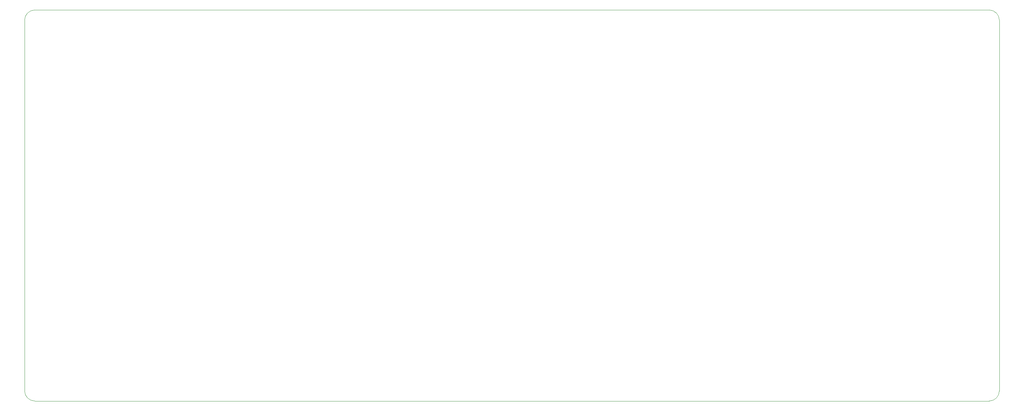
<source format=gbr>
%TF.GenerationSoftware,KiCad,Pcbnew,(6.0.7)*%
%TF.CreationDate,2022-10-09T16:51:21+02:00*%
%TF.ProjectId,the PETER keyboard,74686520-5045-4544-9552-206b6579626f,rev?*%
%TF.SameCoordinates,Original*%
%TF.FileFunction,Profile,NP*%
%FSLAX46Y46*%
G04 Gerber Fmt 4.6, Leading zero omitted, Abs format (unit mm)*
G04 Created by KiCad (PCBNEW (6.0.7)) date 2022-10-09 16:51:21*
%MOMM*%
%LPD*%
G01*
G04 APERTURE LIST*
%TA.AperFunction,Profile*%
%ADD10C,0.100000*%
%TD*%
G04 APERTURE END LIST*
D10*
X25908000Y-46990000D02*
G75*
G03*
X23368000Y-49530000I0J-2540000D01*
G01*
X264922000Y-141351000D02*
X264922000Y-49530000D01*
X262382000Y-143891000D02*
G75*
G03*
X264922000Y-141351000I0J2540000D01*
G01*
X264922000Y-49530000D02*
G75*
G03*
X262382000Y-46990000I-2540000J0D01*
G01*
X23368000Y-49530000D02*
X23368000Y-141351000D01*
X25908000Y-46990000D02*
X262382000Y-46990000D01*
X25908000Y-143891000D02*
X262382000Y-143891000D01*
X23368000Y-141351000D02*
G75*
G03*
X25908000Y-143891000I2540000J0D01*
G01*
M02*

</source>
